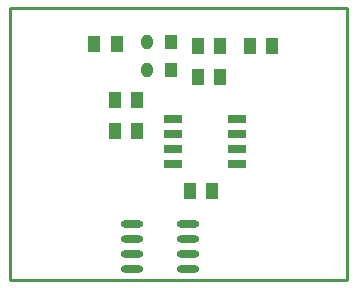
<source format=gtp>
G04*
G04 #@! TF.GenerationSoftware,Altium Limited,Altium Designer,20.2.5 (213)*
G04*
G04 Layer_Color=8421504*
%FSLAX42Y42*%
%MOMM*%
G71*
G04*
G04 #@! TF.SameCoordinates,5B17B380-CB23-49DD-974E-BA9C208B7A42*
G04*
G04*
G04 #@! TF.FilePolarity,Positive*
G04*
G01*
G75*
%ADD12C,0.25*%
%ADD16O,1.90X0.60*%
%ADD17R,1.02X1.40*%
%ADD18R,1.53X0.65*%
%ADD19R,1.00X1.27*%
%ADD20O,1.00X1.27*%
D12*
X2540Y3061D02*
X5397D01*
Y5359D01*
X2540D02*
X5397D01*
X2540Y3061D02*
Y5359D01*
D16*
X3575Y3531D02*
D03*
Y3404D02*
D03*
Y3277D02*
D03*
Y3150D02*
D03*
X4045Y3531D02*
D03*
Y3404D02*
D03*
Y3277D02*
D03*
Y3150D02*
D03*
D17*
X3442Y5055D02*
D03*
X3251D02*
D03*
X4762Y5042D02*
D03*
X4572D02*
D03*
X3619Y4318D02*
D03*
X3429D02*
D03*
X3619Y4582D02*
D03*
X3429D02*
D03*
X4128Y4775D02*
D03*
X4318D02*
D03*
X4128Y5042D02*
D03*
X4318D02*
D03*
X4254Y3810D02*
D03*
X4064D02*
D03*
D18*
X3920Y4042D02*
D03*
Y4169D02*
D03*
Y4296D02*
D03*
Y4423D02*
D03*
X4462D02*
D03*
Y4296D02*
D03*
Y4169D02*
D03*
Y4042D02*
D03*
D19*
X3899Y4839D02*
D03*
Y5069D02*
D03*
D20*
X3696Y4839D02*
D03*
Y5069D02*
D03*
M02*

</source>
